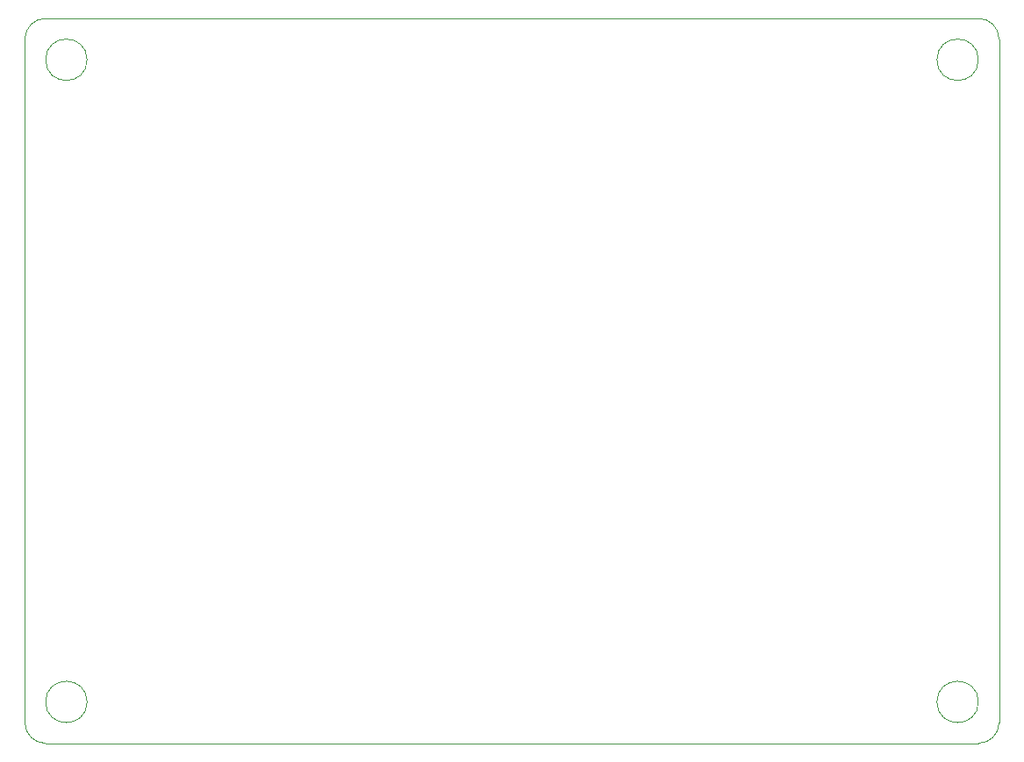
<source format=gbr>
%TF.GenerationSoftware,KiCad,Pcbnew,(7.0.0)*%
%TF.CreationDate,2024-01-22T14:48:16-03:00*%
%TF.ProjectId,ESP-EDU,4553502d-4544-4552-9e6b-696361645f70,rev?*%
%TF.SameCoordinates,Original*%
%TF.FileFunction,Profile,NP*%
%FSLAX46Y46*%
G04 Gerber Fmt 4.6, Leading zero omitted, Abs format (unit mm)*
G04 Created by KiCad (PCBNEW (7.0.0)) date 2024-01-22 14:48:16*
%MOMM*%
%LPD*%
G01*
G04 APERTURE LIST*
%TA.AperFunction,Profile*%
%ADD10C,0.100000*%
%TD*%
G04 APERTURE END LIST*
D10*
X85000000Y-108000000D02*
X85000000Y-42000000D01*
X177000000Y-106000000D02*
G75*
G03*
X177000000Y-106000000I-2000000J0D01*
G01*
X179000000Y-42000000D02*
G75*
G03*
X177000000Y-40000000I-2000000J0D01*
G01*
X177000000Y-44000000D02*
G75*
G03*
X177000000Y-44000000I-2000000J0D01*
G01*
X177000000Y-110000000D02*
G75*
G03*
X179000000Y-108000000I0J2000000D01*
G01*
X177000000Y-110000000D02*
X87000000Y-110000000D01*
X87000000Y-40000000D02*
X177000000Y-40000000D01*
X91000000Y-44000000D02*
G75*
G03*
X91000000Y-44000000I-2000000J0D01*
G01*
X91000000Y-106000000D02*
G75*
G03*
X91000000Y-106000000I-2000000J0D01*
G01*
X179000000Y-42000000D02*
X179000000Y-108000000D01*
X85000000Y-108000000D02*
G75*
G03*
X87000000Y-110000000I2000000J0D01*
G01*
X87000000Y-40000000D02*
G75*
G03*
X85000000Y-42000000I0J-2000000D01*
G01*
M02*

</source>
